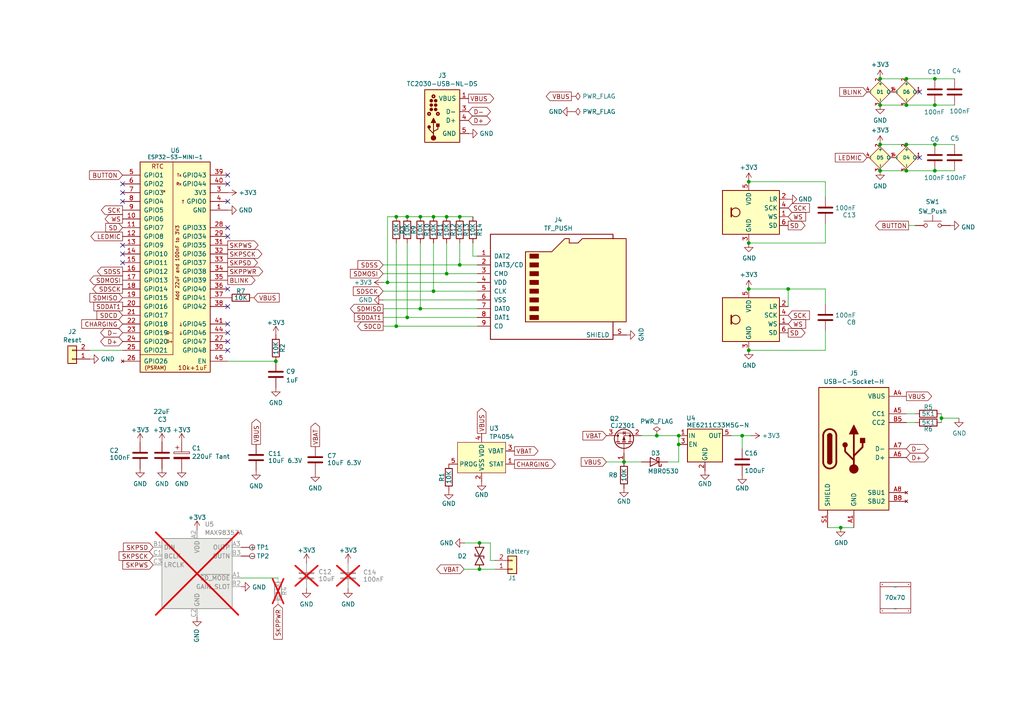
<source format=kicad_sch>
(kicad_sch (version 20231120) (generator "eeschema") (generator_version "8.0")
  (paper "A4")
  (title_block (title "Audio") (rev "1") (comment 1 "@TheRealRevK") (comment 2 "www.me.uk"))
  (junction (at 271.145 49.53))
  (junction (at 139.065 165.1))
  (junction (at 121.92 62.865))
  (junction (at 255.27 22.86))
  (junction (at 217.17 70.485))
  (junction (at 271.145 30.48))
  (junction (at 271.145 22.86))
  (junction (at 196.85 126.365))
  (junction (at 262.89 49.53))
  (junction (at 129.54 79.375))
  (junction (at 125.73 62.865))
  (junction (at 125.73 84.455))
  (junction (at 262.89 30.48))
  (junction (at 118.11 62.865))
  (junction (at 217.17 101.6))
  (junction (at 255.27 41.91))
  (junction (at 129.54 62.865))
  (junction (at 228.6 83.82))
  (junction (at 133.35 76.835))
  (junction (at 190.5 126.365))
  (junction (at 243.84 153.035))
  (junction (at 133.35 62.865))
  (junction (at 217.17 52.705))
  (junction (at 262.89 22.86))
  (junction (at 114.935 94.615))
  (junction (at 114.935 62.865))
  (junction (at 271.145 41.91))
  (junction (at 196.85 128.905))
  (junction (at 139.065 157.48))
  (junction (at 121.92 89.535))
  (junction (at 255.27 49.53))
  (junction (at 255.27 30.48))
  (junction (at 112.395 81.915))
  (junction (at 118.11 92.075))
  (junction (at 262.89 41.91))
  (junction (at 273.05 121.285))
  (junction (at 217.17 83.82))
  (junction (at 180.975 133.985))
  (junction (at 80.01 104.775))
  (junction (at 215.265 126.365))
  (no_connect (at 66.04 88.9))
  (no_connect (at 266.7 45.72))
  (no_connect (at 66.04 50.8))
  (no_connect (at 35.56 58.42))
  (no_connect (at 66.04 101.6))
  (no_connect (at 66.04 96.52))
  (no_connect (at 66.04 58.42))
  (no_connect (at 66.04 53.34))
  (no_connect (at 35.56 73.66))
  (no_connect (at 35.56 76.2))
  (no_connect (at 66.04 66.04))
  (no_connect (at 35.56 53.34))
  (no_connect (at 66.04 93.98))
  (no_connect (at 35.56 55.88))
  (no_connect (at 66.04 99.06))
  (no_connect (at 66.04 68.58))
  (no_connect (at 266.7 26.67))
  (no_connect (at 66.04 83.82))
  (no_connect (at 35.56 71.12))
  (wire (pts (xy 125.73 84.455) (xy 138.43 84.455)))
  (wire (pts (xy 175.895 133.985) (xy 180.975 133.985)))
  (wire (pts (xy 273.05 121.285) (xy 273.05 122.555)))
  (wire (pts (xy 125.73 70.485) (xy 125.73 84.455)))
  (wire (pts (xy 111.125 86.995) (xy 138.43 86.995)))
  (wire (pts (xy 114.935 94.615) (xy 138.43 94.615)))
  (wire (pts (xy 121.92 70.485) (xy 121.92 89.535)))
  (wire (pts (xy 271.145 30.48) (xy 276.86 30.48)))
  (wire (pts (xy 125.73 62.865) (xy 129.54 62.865)))
  (wire (pts (xy 271.145 22.86) (xy 276.86 22.86)))
  (wire (pts (xy 137.16 70.485) (xy 137.16 74.295)))
  (wire (pts (xy 215.265 126.365) (xy 217.805 126.365)))
  (wire (pts (xy 196.85 126.365) (xy 196.85 128.905)))
  (wire (pts (xy 255.27 22.86) (xy 262.89 22.86)))
  (wire (pts (xy 118.11 70.485) (xy 118.11 92.075)))
  (wire (pts (xy 186.055 126.365) (xy 190.5 126.365)))
  (wire (pts (xy 217.17 101.6) (xy 239.395 101.6)))
  (wire (pts (xy 111.125 92.075) (xy 118.11 92.075)))
  (wire (pts (xy 262.89 41.91) (xy 271.145 41.91)))
  (wire (pts (xy 139.065 157.48) (xy 142.24 157.48)))
  (wire (pts (xy 239.395 52.705) (xy 239.395 57.15)))
  (wire (pts (xy 134.62 157.48) (xy 139.065 157.48)))
  (wire (pts (xy 69.85 167.64) (xy 80.645 167.64)))
  (wire (pts (xy 142.24 157.48) (xy 142.24 162.56)))
  (wire (pts (xy 133.35 62.865) (xy 137.16 62.865)))
  (wire (pts (xy 186.055 133.985) (xy 180.975 133.985)))
  (wire (pts (xy 212.09 126.365) (xy 215.265 126.365)))
  (wire (pts (xy 114.935 62.865) (xy 112.395 62.865)))
  (wire (pts (xy 121.92 62.865) (xy 125.73 62.865)))
  (wire (pts (xy 129.54 62.865) (xy 133.35 62.865)))
  (wire (pts (xy 134.62 165.1) (xy 139.065 165.1)))
  (wire (pts (xy 240.03 153.035) (xy 243.84 153.035)))
  (wire (pts (xy 217.17 52.705) (xy 239.395 52.705)))
  (wire (pts (xy 26.035 101.6) (xy 35.56 101.6)))
  (wire (pts (xy 111.125 89.535) (xy 121.92 89.535)))
  (wire (pts (xy 196.85 128.905) (xy 196.85 133.985)))
  (wire (pts (xy 215.265 126.365) (xy 215.265 130.175)))
  (wire (pts (xy 262.89 49.53) (xy 271.145 49.53)))
  (wire (pts (xy 228.6 83.82) (xy 228.6 88.9)))
  (wire (pts (xy 239.395 101.6) (xy 239.395 95.885)))
  (wire (pts (xy 278.13 121.285) (xy 273.05 121.285)))
  (wire (pts (xy 255.27 30.48) (xy 262.89 30.48)))
  (wire (pts (xy 262.89 30.48) (xy 271.145 30.48)))
  (wire (pts (xy 228.6 83.82) (xy 239.395 83.82)))
  (wire (pts (xy 271.145 49.53) (xy 276.86 49.53)))
  (wire (pts (xy 118.11 62.865) (xy 121.92 62.865)))
  (wire (pts (xy 239.395 70.485) (xy 239.395 64.77)))
  (wire (pts (xy 217.17 83.82) (xy 228.6 83.82)))
  (wire (pts (xy 262.89 22.86) (xy 271.145 22.86)))
  (wire (pts (xy 111.125 79.375) (xy 129.54 79.375)))
  (wire (pts (xy 273.05 120.015) (xy 273.05 121.285)))
  (wire (pts (xy 112.395 62.865) (xy 112.395 81.915)))
  (wire (pts (xy 137.16 74.295) (xy 138.43 74.295)))
  (wire (pts (xy 133.35 70.485) (xy 133.35 76.835)))
  (wire (pts (xy 111.125 84.455) (xy 125.73 84.455)))
  (wire (pts (xy 111.125 81.915) (xy 112.395 81.915)))
  (wire (pts (xy 112.395 81.915) (xy 138.43 81.915)))
  (wire (pts (xy 255.27 41.91) (xy 262.89 41.91)))
  (wire (pts (xy 262.89 120.015) (xy 265.43 120.015)))
  (wire (pts (xy 247.65 153.035) (xy 243.84 153.035)))
  (wire (pts (xy 118.11 92.075) (xy 138.43 92.075)))
  (wire (pts (xy 262.89 122.555) (xy 265.43 122.555)))
  (wire (pts (xy 239.395 83.82) (xy 239.395 88.265)))
  (wire (pts (xy 142.24 162.56) (xy 143.51 162.56)))
  (wire (pts (xy 263.525 65.405) (xy 265.43 65.405)))
  (wire (pts (xy 129.54 79.375) (xy 138.43 79.375)))
  (wire (pts (xy 111.125 94.615) (xy 114.935 94.615)))
  (wire (pts (xy 129.54 70.485) (xy 129.54 79.375)))
  (wire (pts (xy 217.17 70.485) (xy 239.395 70.485)))
  (wire (pts (xy 271.145 41.91) (xy 276.86 41.91)))
  (wire (pts (xy 118.11 62.865) (xy 114.935 62.865)))
  (wire (pts (xy 66.04 104.775) (xy 80.01 104.775)))
  (wire (pts (xy 255.27 49.53) (xy 262.89 49.53)))
  (wire (pts (xy 139.065 165.1) (xy 143.51 165.1)))
  (wire (pts (xy 111.125 76.835) (xy 133.35 76.835)))
  (wire (pts (xy 133.35 76.835) (xy 138.43 76.835)))
  (wire (pts (xy 121.92 89.535) (xy 138.43 89.535)))
  (wire (pts (xy 114.935 70.485) (xy 114.935 94.615)))
  (wire (pts (xy 190.5 126.365) (xy 196.85 126.365)))
  (wire (pts (xy 193.675 133.985) (xy 196.85 133.985)))
  (global_label "BUTTON" (shape input) (at 35.56 50.8 180) (property "Intersheetrefs" "${INTERSHEET_REFS}" (effects (hide yes))))
  (global_label "D+" (shape bidirectional) (at 135.89 34.925 0) (property "Intersheetrefs" "${INTERSHEET_REFS}" (effects (hide yes))))
  (global_label "CHARGING" (shape input) (at 35.56 93.98 180) (property "Intersheetrefs" "${INTERSHEET_REFS}" (effects (hide yes))))
  (global_label "SKPSD" (shape input) (at 44.45 158.75 180) (property "Intersheetrefs" "${INTERSHEET_REFS}" (effects (hide yes))))
  (global_label "VBUS" (shape input) (at 175.895 133.985 180) (property "Intersheetrefs" "${INTERSHEET_REFS}" (effects (hide yes))))
  (global_label "WS" (shape input) (at 228.6 62.865 0) (property "Intersheetrefs" "${INTERSHEET_REFS}" (effects (hide yes))))
  (global_label "D+" (shape bidirectional) (at 35.56 99.06 180) (property "Intersheetrefs" "${INTERSHEET_REFS}" (effects (hide yes))))
  (global_label "SD" (shape output) (at 228.6 96.52 0) (property "Intersheetrefs" "${INTERSHEET_REFS}" (effects (hide yes))))
  (global_label "SDMOSI" (shape output) (at 35.56 81.28 180) (property "Intersheetrefs" "${INTERSHEET_REFS}" (effects (hide yes))))
  (global_label "SDDAT1" (shape passive) (at 111.125 92.075 180) (property "Intersheetrefs" "${INTERSHEET_REFS}" (effects (hide yes))))
  (global_label "SCK" (shape output) (at 35.56 60.96 180) (property "Intersheetrefs" "${INTERSHEET_REFS}" (effects (hide yes))))
  (global_label "CHARGING" (shape output) (at 149.225 134.62 0) (property "Intersheetrefs" "${INTERSHEET_REFS}" (effects (hide yes))))
  (global_label "VBUS" (shape output) (at 139.7 125.73 90) (property "Intersheetrefs" "${INTERSHEET_REFS}" (effects (hide yes))))
  (global_label "VBUS" (shape output) (at 135.89 28.575 0) (property "Intersheetrefs" "${INTERSHEET_REFS}" (effects (hide yes))))
  (global_label "SKPSCK" (shape output) (at 66.04 73.66 0) (property "Intersheetrefs" "${INTERSHEET_REFS}" (effects (hide yes))))
  (global_label "VBUS" (shape output) (at 262.89 114.935 0) (property "Intersheetrefs" "${INTERSHEET_REFS}" (effects (hide yes))))
  (global_label "SKPSD" (shape output) (at 66.04 76.2 0) (property "Intersheetrefs" "${INTERSHEET_REFS}" (effects (hide yes))))
  (global_label "VBAT" (shape output) (at 91.44 129.54 90) (property "Intersheetrefs" "${INTERSHEET_REFS}" (effects (hide yes))))
  (global_label "VBAT" (shape input) (at 175.895 126.365 180) (property "Intersheetrefs" "${INTERSHEET_REFS}" (effects (hide yes))))
  (global_label "VBUS" (shape input) (at 73.66 86.36 0) (property "Intersheetrefs" "${INTERSHEET_REFS}" (effects (hide yes))))
  (global_label "D-" (shape bidirectional) (at 135.89 32.385 0) (property "Intersheetrefs" "${INTERSHEET_REFS}" (effects (hide yes))))
  (global_label "VBAT" (shape output) (at 149.225 130.81 0) (property "Intersheetrefs" "${INTERSHEET_REFS}" (effects (hide yes))))
  (global_label "D-" (shape bidirectional) (at 262.89 130.175 0) (property "Intersheetrefs" "${INTERSHEET_REFS}" (effects (hide yes))))
  (global_label "VBUS" (shape output) (at 165.735 27.94 180) (property "Intersheetrefs" "${INTERSHEET_REFS}" (effects (hide yes))))
  (global_label "BLINK" (shape input) (at 251.46 26.67 180) (property "Intersheetrefs" "${INTERSHEET_REFS}" (effects (hide yes))))
  (global_label "SD" (shape output) (at 228.6 65.405 0) (property "Intersheetrefs" "${INTERSHEET_REFS}" (effects (hide yes))))
  (global_label "SKPSCK" (shape input) (at 44.45 161.29 180) (property "Intersheetrefs" "${INTERSHEET_REFS}" (effects (hide yes))))
  (global_label "LEDMIC" (shape output) (at 35.56 68.58 180) (property "Intersheetrefs" "${INTERSHEET_REFS}" (effects (hide yes))))
  (global_label "D+" (shape bidirectional) (at 262.89 132.715 0) (property "Intersheetrefs" "${INTERSHEET_REFS}" (effects (hide yes))))
  (global_label "SDSCK" (shape input) (at 111.125 84.455 180) (property "Intersheetrefs" "${INTERSHEET_REFS}" (effects (hide yes))))
  (global_label "SDMOSI" (shape input) (at 111.125 79.375 180) (property "Intersheetrefs" "${INTERSHEET_REFS}" (effects (hide yes))))
  (global_label "SD" (shape input) (at 35.56 66.04 180) (property "Intersheetrefs" "${INTERSHEET_REFS}" (effects (hide yes))))
  (global_label "SKPPWR" (shape input) (at 80.645 175.26 270) (property "Intersheetrefs" "${INTERSHEET_REFS}" (effects (hide yes))))
  (global_label "WS" (shape output) (at 35.56 63.5 180) (property "Intersheetrefs" "${INTERSHEET_REFS}" (effects (hide yes))))
  (global_label "SDSCK" (shape output) (at 35.56 83.82 180) (property "Intersheetrefs" "${INTERSHEET_REFS}" (effects (hide yes))))
  (global_label "SDMISO" (shape input) (at 35.56 86.36 180) (property "Intersheetrefs" "${INTERSHEET_REFS}" (effects (hide yes))))
  (global_label "SDSS" (shape output) (at 35.56 78.74 180) (property "Intersheetrefs" "${INTERSHEET_REFS}" (effects (hide yes))))
  (global_label "WS" (shape input) (at 228.6 93.98 0) (property "Intersheetrefs" "${INTERSHEET_REFS}" (effects (hide yes))))
  (global_label "LEDMIC" (shape input) (at 251.46 45.72 180) (property "Intersheetrefs" "${INTERSHEET_REFS}" (effects (hide yes))))
  (global_label "BLINK" (shape output) (at 66.04 81.28 0) (property "Intersheetrefs" "${INTERSHEET_REFS}" (effects (hide yes))))
  (global_label "VBUS" (shape output) (at 74.295 128.905 90) (property "Intersheetrefs" "${INTERSHEET_REFS}" (effects (hide yes))))
  (global_label "SKPWS" (shape output) (at 66.04 71.12 0) (property "Intersheetrefs" "${INTERSHEET_REFS}" (effects (hide yes))))
  (global_label "D-" (shape bidirectional) (at 35.56 96.52 180) (property "Intersheetrefs" "${INTERSHEET_REFS}" (effects (hide yes))))
  (global_label "VBAT" (shape bidirectional) (at 134.62 165.1 180) (property "Intersheetrefs" "${INTERSHEET_REFS}" (effects (hide yes))))
  (global_label "SCK" (shape input) (at 228.6 91.44 0) (property "Intersheetrefs" "${INTERSHEET_REFS}" (effects (hide yes))))
  (global_label "SKPPWR" (shape output) (at 66.04 78.74 0) (property "Intersheetrefs" "${INTERSHEET_REFS}" (effects (hide yes))))
  (global_label "SDDAT1" (shape passive) (at 35.56 88.9 180) (property "Intersheetrefs" "${INTERSHEET_REFS}" (effects (hide yes))))
  (global_label "SDSS" (shape input) (at 111.125 76.835 180) (property "Intersheetrefs" "${INTERSHEET_REFS}" (effects (hide yes))))
  (global_label "SKPWS" (shape input) (at 44.45 163.83 180) (property "Intersheetrefs" "${INTERSHEET_REFS}" (effects (hide yes))))
  (global_label "BUTTON" (shape output) (at 263.525 65.405 180) (property "Intersheetrefs" "${INTERSHEET_REFS}" (effects (hide yes))))
  (global_label "SDCD" (shape input) (at 35.56 91.44 180) (property "Intersheetrefs" "${INTERSHEET_REFS}" (effects (hide yes))))
  (global_label "SCK" (shape input) (at 228.6 60.325 0) (property "Intersheetrefs" "${INTERSHEET_REFS}" (effects (hide yes))))
  (global_label "SDCD" (shape output) (at 111.125 94.615 180) (property "Intersheetrefs" "${INTERSHEET_REFS}" (effects (hide yes))))
  (global_label "SDMISO" (shape output) (at 111.125 89.535 180) (property "Intersheetrefs" "${INTERSHEET_REFS}" (effects (hide yes))))
  (symbol (lib_id "Device:R") (at 269.24 120.015 90) (unit 1)
    (property "Reference" "R5" (at 269.24 118.11 90))
    (property "Value" "5K1" (at 269.24 120.015 90))
    (property "Footprint" "RevK:R_0402" (effects (hide yes)))
    (property "Description" "Resistor" (effects (hide yes)))
  )
  (symbol (lib_id "power:GND") (at 278.13 121.285 0) (unit 1)
    (property "Reference" "#PWR011" (effects (hide yes)))
    (property "Value" "GND" (at 278.257 125.6792 0))
    (property "Description" "Power symbol creates a global label with name \"GND\" , ground" (effects (hide yes)))
  )
  (symbol (lib_id "power:GND") (at 243.84 153.035 0) (unit 1)
    (property "Reference" "#PWR012" (effects (hide yes)))
    (property "Value" "GND" (at 243.967 157.4292 0))
    (property "Description" "Power symbol creates a global label with name \"GND\" , ground" (effects (hide yes)))
  )
  (symbol (lib_id "Device:R") (at 269.24 122.555 270) (unit 1)
    (property "Reference" "R6" (at 269.24 124.46 90))
    (property "Value" "5K1" (at 269.24 122.555 90))
    (property "Footprint" "RevK:R_0402" (effects (hide yes)))
    (property "Description" "Resistor" (effects (hide yes)))
  )
  (symbol (lib_id "power:PWR_FLAG") (at 165.735 27.94 270) (unit 1)
    (property "Reference" "#FLG01" (effects (hide yes)))
    (property "Value" "PWR_FLAG" (at 168.91 27.94 90) (effects (justify left)))
    (property "Description" "Special symbol for telling ERC where power comes from" (effects (hide yes)))
  )
  (symbol (lib_id "power:PWR_FLAG") (at 165.735 32.385 270) (unit 1)
    (property "Reference" "#FLG02" (effects (hide yes)))
    (property "Value" "PWR_FLAG" (at 168.91 32.385 90) (effects (justify left)))
    (property "Description" "Special symbol for telling ERC where power comes from" (effects (hide yes)))
  )
  (symbol (lib_id "Transistor_FET:BSS83P") (at 180.975 128.905 90) (unit 1)
    (property "Reference" "Q2" (at 179.578 121.412 90) (effects (justify left)))
    (property "Value" "CJ2301" (at 184.277 123.444 90) (effects (justify left)))
    (property "Footprint" "RevK:SOT-23" (effects (hide yes)))
    (property "Datasheet" "http://www.farnell.com/datasheets/1835997.pdf" (effects (hide yes)))
    (property "LCSC Part #" "C5224170" (effects (hide yes)))
    (property "JLCPCB Rotation Offset" "180" (effects (hide yes)))
  )
  (symbol (lib_id "Device:R") (at 114.935 66.675 0) (unit 1)
    (property "Reference" "R3" (at 116.84 66.675 90))
    (property "Value" "10K" (at 114.935 66.675 90))
    (property "Footprint" "RevK:R_0402" (effects (hide yes)))
  )
  (symbol (lib_id "power:+3.3V") (at 100.965 163.195 0) (unit 1)
    (property "Reference" "#PWR042" (effects (hide yes)))
    (property "Value" "+3V3" (at 100.965 159.6192 0))
    (property "Description" "Power symbol creates a global label with name \"+3.3V\"" (effects (hide yes)))
  )
  (symbol (lib_id "power:GND") (at 204.47 136.525 0) (unit 1)
    (property "Reference" "#PWR036" (effects (hide yes)))
    (property "Value" "GND" (at 204.47 140.335 0))
  )
  (symbol (lib_id "RevK:TF_PUSH") (at 161.29 81.915 0) (unit 1)
    (property "Reference" "J4" (at 161.925 63.8007 0))
    (property "Value" "TF_PUSH" (at 161.925 66.2249 0))
    (property "Footprint" "RevK:TF_PUSH" (effects (hide yes)))
    (property "Datasheet" "https://datasheet.lcsc.com/lcsc/1912111437_SHOU-HAN-TF-PUSH_C393941.pdf" (effects (hide yes)))
    (property "LCSC Part #" "C393941" (effects (hide yes)))
    (property "JLCPCB Position Offset" "0,3.075" (effects (hide yes)))
  )
  (symbol (lib_id "Device:R") (at 121.92 66.675 0) (unit 1)
    (property "Reference" "R10" (at 123.825 66.675 90))
    (property "Value" "10K" (at 121.92 66.675 90))
    (property "Footprint" "RevK:R_0402" (effects (hide yes)))
  )
  (symbol (lib_id "power:GND") (at 80.01 112.395 0) (unit 1)
    (property "Reference" "#PWR022" (effects (hide yes)))
    (property "Value" "GND" (at 80.01 116.8384 0))
    (property "Description" "Power symbol creates a global label with name \"GND\" , ground" (effects (hide yes)))
  )
  (symbol (lib_id "Device:C") (at 74.295 132.715 0) (unit 1)
    (property "Reference" "C11" (at 77.724 131.572 0) (effects (justify left)))
    (property "Value" "10uF 6.3V" (at 77.724 133.604 0) (effects (justify left)))
    (property "Footprint" "RevK:C_0402" (effects (hide yes)))
    (property "LCSC Part #" "C15525" (effects (hide yes)))
  )
  (symbol (lib_id "RevK:ICS43434_MEMS_Mic") (at 217.17 61.595 0) (unit 1)
    (property "Reference" "U2" (effects (hide yes)))
    (property "Value" "L" (effects (hide yes)))
    (property "Footprint" "RevK:ICS43434_MEMS_Mic" (effects (hide yes)))
    (property "Datasheet" "https://www.lcsc.com/datasheet/lcsc_datasheet_2312010321_TDK-InvenSense-ICS-43434_C5656610.pdf" (effects (hide yes)))
    (property "Description" "I2S Microphone" (effects (hide yes)))
    (property "LCSC Part #" "C5656610" (effects (hide yes)))
  )
  (symbol (lib_id "Device:C") (at 100.965 167.005 0) (unit 1) (dnp yes)
    (property "Reference" "C14" (at 105.283 165.989 0) (effects (justify left)))
    (property "Value" "100nF" (at 105.283 168.037 0) (effects (justify left)))
    (property "Footprint" "RevK:C_0402" (effects (hide yes)))
  )
  (symbol (lib_id "power:GND") (at 26.035 104.14 90) (unit 1)
    (property "Reference" "#PWR024" (effects (hide yes)))
    (property "Value" "GND" (at 29.21 104.14 90) (effects (justify right)))
    (property "Description" "Power symbol creates a global label with name \"GND\" , ground" (effects (hide yes)))
  )
  (symbol (lib_id "power:PWR_FLAG") (at 190.5 126.365 0) (unit 1)
    (property "Reference" "#FLG04" (effects (hide yes)))
    (property "Value" "PWR_FLAG" (at 190.5 122.2319 0))
  )
  (symbol (lib_id "Regulator_Linear:TLV70033_SOT23-5") (at 204.47 128.905 0) (unit 1)
    (property "Reference" "U4" (at 200.406 121.285 0))
    (property "Value" "ME6211C33M5G-N" (at 199.136 123.317 0) (effects (justify left)))
    (property "Footprint" "RevK:SOT-23-5" (effects (hide yes)))
    (property "Datasheet" "http://www.ti.com/lit/ds/symlink/tlv700.pdf" (effects (hide yes)))
    (property "LCSC Part #" "C82942" (effects (hide yes)))
    (property "JLCPCB Rotation Offset" "-90" (effects (hide yes)))
  )
  (symbol (lib_id "power:GND") (at 217.17 70.485 0) (unit 1)
    (property "Reference" "#PWR029" (effects (hide yes)))
    (property "Value" "GND" (at 217.297 74.8792 0))
    (property "Description" "Power symbol creates a global label with name \"GND\" , ground" (effects (hide yes)))
  )
  (symbol (lib_id "Device:R") (at 133.35 66.675 0) (unit 1)
    (property "Reference" "R13" (at 135.255 66.675 90))
    (property "Value" "10K" (at 133.35 66.675 90))
    (property "Footprint" "RevK:R_0402" (effects (hide yes)))
  )
  (symbol (lib_id "Device:R") (at 125.73 66.675 0) (unit 1)
    (property "Reference" "R11" (at 127.635 66.675 90))
    (property "Value" "10K" (at 125.73 66.675 90))
    (property "Footprint" "RevK:R_0402" (effects (hide yes)))
  )
  (symbol (lib_id "power:GND") (at 228.6 57.785 90) (unit 1)
    (property "Reference" "#PWR07" (effects (hide yes)))
    (property "Value" "GND" (at 233.553 57.785 90))
    (property "Description" "Power symbol creates a global label with name \"GND\" , ground" (effects (hide yes)))
  )
  (symbol (lib_id "power:+3.3V") (at 40.64 128.27 0) (unit 1)
    (property "Reference" "#PWR023" (effects (hide yes)))
    (property "Value" "+3V3" (at 40.64 124.6942 0))
    (property "Description" "Power symbol creates a global label with name \"+3.3V\"" (effects (hide yes)))
  )
  (symbol (lib_id "power:+3.3V") (at 52.705 128.27 0) (unit 1)
    (property "Reference" "#PWR010" (effects (hide yes)))
    (property "Value" "+3V3" (at 52.705 124.6942 0))
    (property "Description" "Power symbol creates a global label with name \"+3.3V\"" (effects (hide yes)))
  )
  (symbol (lib_id "power:GND") (at 111.125 86.995 270) (unit 1)
    (property "Reference" "#PWR028" (effects (hide yes)))
    (property "Value" "GND" (at 106.045 86.995 90))
    (property "Description" "Power symbol creates a global label with name \"GND\" , ground" (effects (hide yes)))
  )
  (symbol (lib_id "power:+3.3V") (at 255.27 22.86 0) (unit 1)
    (property "Reference" "#PWR01" (effects (hide yes)))
    (property "Value" "+3V3" (at 255.27 18.7269 0))
    (property "Description" "Power symbol creates a global label with name \"+3.3V\"" (effects (hide yes)))
  )
  (symbol (lib_id "RevK:MAX98357A") (at 57.15 166.37 0) (unit 1) (dnp yes)
    (property "Reference" "U5" (at 59.3441 152.0655 0) (effects (justify left)))
    (property "Value" "MAX98357A" (at 59.3441 154.4898 0) (effects (justify left)))
    (property "Footprint" "RevK:WLP-1.437mmx1.347mm-0.21mm-ball" (effects (hide yes)))
    (property "Datasheet" "https://www.analog.com/media/en/technical-documentation/data-sheets/MAX98357A-MAX98357B.pdf" (effects (hide yes)))
    (property "Description" "Mono DAC with amplifier, I2S, PCM, TDM, 32-bit, 96khz, 3.2W, WLP" (effects (hide yes)))
  )
  (symbol (lib_id "Device:D_Schottky") (at 189.865 133.985 180) (unit 1)
    (property "Reference" "D3" (at 190.119 131.445 0))
    (property "Value" "MBR0530" (at 192.405 136.652 0))
    (property "Footprint" "RevK:D_SOD-123" (effects (hide yes)))
    (property "LCSC Part " "C5204746" (effects (hide yes)))
  )
  (symbol (lib_id "RevK:WS2812B-1mm") (at 262.89 26.67 0) (mirror x) (unit 1)
    (property "Reference" "D6" (at 262.89 26.67 0) (effects (font (size 1 1))))
    (property "Value" "XL-1010RGBC-WS2812B" (effects (hide yes)))
    (property "Footprint" "RevK:SMD1010" (effects (hide yes)))
    (property "Datasheet" "https://datasheet.lcsc.com/lcsc/2301111010_XINGLIGHT-XL-1010RGBC-WS2812B_C5349953.pdf" (effects (hide yes)))
    (property "Description" "RGB LED with integrated controller" (effects (hide yes)))
    (property "LCSC Part #" "C5349953" (effects (hide yes)))
  )
  (symbol (lib_id "power:GND") (at 69.85 170.18 90) (mirror x) (unit 1)
    (property "Reference" "#PWR044" (effects (hide yes)))
    (property "Value" "GND" (at 73.1012 170.307 90) (effects (justify right)))
  )
  (symbol (lib_id "Device:C") (at 46.99 132.08 0) (unit 1)
    (property "Reference" "C3" (at 45.72 121.666 0) (effects (justify left)))
    (property "Value" "22uF" (at 44.45 119.38 0) (effects (justify left)))
    (property "Footprint" "RevK:C_0603" (effects (hide yes)))
  )
  (symbol (lib_id "RevK:ESP32-S3-MINI-1-N4R2") (at 50.8 77.47 0) (unit 1)
    (property "Reference" "U6" (at 50.8 43.6332 0))
    (property "Value" "ESP32-S3-MINI-1" (at 50.8 45.5696 0) (effects (font (size 1.1 1.1))))
    (property "Footprint" "RevK:ESP32-S3-MINI-1" (effects (hide yes)))
    (property "Datasheet" "https://www.espressif.com/sites/default/files/documentation/esp32-s3-mini-1_mini-1u_datasheet_en.pdf" (effects (hide yes)))
    (property "LCSC Part #" "C3013941" (effects (hide yes)))
  )
  (symbol (lib_id "power:+3.3V") (at 66.04 55.88 270) (unit 1)
    (property "Reference" "#PWR019" (effects (hide yes)))
    (property "Value" "+3V3" (at 69.215 55.88 90) (effects (justify left)))
    (property "Description" "Power symbol creates a global label with name \"+3.3V\"" (effects (hide yes)))
  )
  (symbol (lib_id "power:+3.3V") (at 80.01 97.155 0) (unit 1)
    (property "Reference" "#PWR021" (effects (hide yes)))
    (property "Value" "+3V3" (at 80.01 93.5792 0))
    (property "Description" "Power symbol creates a global label with name \"+3.3V\"" (effects (hide yes)))
  )
  (symbol (lib_id "Device:C") (at 88.9 167.005 0) (unit 1) (dnp yes)
    (property "Reference" "C12" (at 92.329 165.862 0) (effects (justify left)))
    (property "Value" "10uF" (at 92.329 167.894 0) (effects (justify left)))
    (property "Footprint" "RevK:C_0402" (effects (hide yes)))
    (property "LCSC Part #" "C15525" (effects (hide yes)))
  )
  (symbol (lib_id "power:GND") (at 57.15 179.07 0) (mirror y) (unit 1)
    (property "Reference" "#PWR015" (effects (hide yes)))
    (property "Value" "GND" (at 57.023 182.3212 90) (effects (justify right)))
  )
  (symbol (lib_id "RevK:TP4054") (at 139.7 132.715 0) (unit 1)
    (property "Reference" "U3" (at 141.8941 124.2527 0) (effects (justify left)))
    (property "Value" "TP4054" (at 141.8941 126.6769 0) (effects (justify left)))
    (property "Footprint" "RevK:SOT-23-5" (effects (hide yes)))
    (property "Datasheet" "https://www.lcsc.com/datasheet/lcsc_datasheet_2409241408_UMW-Youtai-Semiconductor-Co---Ltd--TP4054_C668215.pdf" (effects (hide yes)))
    (property "LCSC Part #" "C668215" (effects (hide yes)))
    (property "JLCPCB Rotation Offset" "180" (effects (hide yes)))
  )
  (symbol (lib_id "Device:C") (at 271.145 45.72 0) (mirror y) (unit 1)
    (property "Reference" "C6" (at 269.748 40.386 0) (effects (justify right)))
    (property "Value" "100nF" (at 267.97 51.562 0) (effects (justify right)))
    (property "Footprint" "RevK:C_0402" (effects (hide yes)))
  )
  (symbol (lib_id "Connector:TestPoint") (at 69.85 161.29 270) (unit 1) (in_bom no)
    (property "Reference" "TP2" (at 74.422 161.29 90) (effects (justify left)))
    (property "Value" "-" (at 72.39 161.29 90) (effects (justify left)))
    (property "Footprint" "RevK:SolderPadSmall" (effects (hide yes)))
    (property "Description" "Speaker" (effects (hide yes)))
  )
  (symbol (lib_id "power:GND") (at 180.975 141.605 0) (unit 1)
    (property "Reference" "#PWR034" (effects (hide yes)))
    (property "Value" "GND" (at 180.975 145.415 0))
  )
  (symbol (lib_id "Device:R") (at 129.54 66.675 0) (unit 1)
    (property "Reference" "R12" (at 131.445 66.675 90))
    (property "Value" "10K" (at 129.54 66.675 90))
    (property "Footprint" "RevK:R_0402" (effects (hide yes)))
  )
  (symbol (lib_id "power:+3.3V") (at 46.99 128.27 0) (unit 1)
    (property "Reference" "#PWR017" (effects (hide yes)))
    (property "Value" "+3V3" (at 46.99 124.6942 0))
    (property "Description" "Power symbol creates a global label with name \"+3.3V\"" (effects (hide yes)))
  )
  (symbol (lib_id "power:GND") (at 74.295 136.525 0) (unit 1)
    (property "Reference" "#PWR038" (effects (hide yes)))
    (property "Value" "GND" (at 74.295 140.9684 0))
    (property "Description" "Power symbol creates a global label with name \"GND\" , ground" (effects (hide yes)))
  )
  (symbol (lib_id "power:GND") (at 255.27 49.53 0) (unit 1)
    (property "Reference" "#PWR035" (effects (hide yes)))
    (property "Value" "GND" (at 255.27 53.9734 0))
    (property "Description" "Power symbol creates a global label with name \"GND\" , ground" (effects (hide yes)))
  )
  (symbol (lib_id "Device:R") (at 137.16 66.675 0) (unit 1)
    (property "Reference" "R14" (at 139.065 66.675 90))
    (property "Value" "10K" (at 137.16 66.675 90))
    (property "Footprint" "RevK:R_0402" (effects (hide yes)))
  )
  (symbol (lib_id "RevK:TC2030-USB-NL") (at 128.27 33.655 0) (unit 1) (in_bom no)
    (property "Reference" "J3" (at 128.27 21.8905 0))
    (property "Value" "TC2030-USB-NL-DS" (at 128.27 24.3148 0))
    (property "Footprint" "RevK:Tag-Connect_TC2030-IDC-NL_2x03_P1.27mm_Vertical" (effects (hide yes)))
    (property "Datasheet" " ~" (effects (hide yes)))
    (property "Description" "TC2030-USB-NL" (effects (hide yes)))
  )
  (symbol (lib_id "RevK:WS2812B-1mm") (at 255.27 45.72 0) (mirror x) (unit 1)
    (property "Reference" "D5" (at 255.27 45.72 0) (effects (font (size 1 1))))
    (property "Value" "XL-1010RGBC-WS2812B" (effects (hide yes)))
    (property "Footprint" "RevK:SMD1010" (effects (hide yes)))
    (property "Datasheet" "https://datasheet.lcsc.com/lcsc/2301111010_XINGLIGHT-XL-1010RGBC-WS2812B_C5349953.pdf" (effects (hide yes)))
    (property "Description" "RGB LED with integrated controller" (effects (hide yes)))
    (property "LCSC Part #" "C5349953" (effects (hide yes)))
  )
  (symbol (lib_id "power:+3.3V") (at 88.9 163.195 0) (unit 1)
    (property "Reference" "#PWR030" (effects (hide yes)))
    (property "Value" "+3V3" (at 88.9 159.6192 0))
    (property "Description" "Power symbol creates a global label with name \"+3.3V\"" (effects (hide yes)))
  )
  (symbol (lib_id "power:GND") (at 181.61 97.155 90) (unit 1)
    (property "Reference" "#PWR031" (effects (hide yes)))
    (property "Value" "GND" (at 186.0042 97.028 0))
  )
  (symbol (lib_id "power:+3.3V") (at 217.17 83.82 0) (unit 1)
    (property "Reference" "#PWR02" (effects (hide yes)))
    (property "Value" "+3V3" (at 217.17 79.6869 0))
    (property "Description" "Power symbol creates a global label with name \"+3.3V\"" (effects (hide yes)))
  )
  (symbol (lib_id "power:GND") (at 88.9 170.815 0) (unit 1)
    (property "Reference" "#PWR037" (effects (hide yes)))
    (property "Value" "GND" (at 88.9 175.2584 0))
    (property "Description" "Power symbol creates a global label with name \"GND\" , ground" (effects (hide yes)))
  )
  (symbol (lib_id "power:+3.3V") (at 57.15 153.67 0) (unit 1)
    (property "Reference" "#PWR05" (effects (hide yes)))
    (property "Value" "+3V3" (at 57.15 150.0942 0))
    (property "Description" "Power symbol creates a global label with name \"+3.3V\"" (effects (hide yes)))
  )
  (symbol (lib_id "power:GND") (at 66.04 60.96 90) (unit 1)
    (property "Reference" "#PWR020" (effects (hide yes)))
    (property "Value" "GND" (at 69.215 60.96 90) (effects (justify right)))
    (property "Description" "Power symbol creates a global label with name \"GND\" , ground" (effects (hide yes)))
  )
  (symbol (lib_id "Connector_Generic:Conn_01x02") (at 148.59 165.1 0) (mirror x) (unit 1)
    (property "Reference" "J1" (at 148.59 167.64 0))
    (property "Value" "Battery" (at 150.241 159.893 0))
    (property "Footprint" "RevK:1.25T-2PWT (Molex 532610271)" (effects (hide yes)))
    (property "LCSC Part #" "C177225" (effects (hide yes)))
  )
  (symbol (lib_id "power:+3.3V") (at 111.125 81.915 90) (unit 1)
    (property "Reference" "#PWR03" (effects (hide yes)))
    (property "Value" "+3V3" (at 107.95 81.915 90) (effects (justify left)))
    (property "Description" "Power symbol creates a global label with name \"+3.3V\"" (effects (hide yes)))
  )
  (symbol (lib_id "power:GND") (at 91.44 137.16 0) (unit 1)
    (property "Reference" "#PWR06" (effects (hide yes)))
    (property "Value" "GND" (at 91.44 141.6034 0))
    (property "Description" "Power symbol creates a global label with name \"GND\" , ground" (effects (hide yes)))
  )
  (symbol (lib_id "RevK:USB-C-Socket-H") (at 247.65 130.175 0) (unit 1)
    (property "Reference" "J5" (at 247.65 108.2507 0))
    (property "Value" "USB-C-Socket-H" (at 247.65 110.6749 0))
    (property "Footprint" "RevK:USB-C-Socket-H" (effects (hide yes)))
    (property "Description" "USB 2.0-only Type-C Receptacle connector" (effects (hide yes)))
    (property "LCSC Part #" "C709357" (effects (hide yes)))
  )
  (symbol (lib_id "Device:C") (at 276.86 26.67 0) (mirror y) (unit 1)
    (property "Reference" "C4" (at 276.098 20.574 0) (effects (justify right)))
    (property "Value" "100nF" (at 275.336 32.258 0) (effects (justify right)))
    (property "Footprint" "RevK:C_0402" (effects (hide yes)))
  )
  (symbol (lib_id "Device:C_Polarized") (at 52.705 132.08 0) (unit 1)
    (property "Reference" "C1" (at 55.626 129.9788 0) (effects (justify left)))
    (property "Value" "220uF Tant" (at 55.626 132.4031 0) (effects (justify left)))
    (property "Footprint" "RevK:CP_EIA-3528-21_Kemet-B" (effects (hide yes)))
    (property "Description" "Polarized capacitor" (effects (hide yes)))
    (property "LCSC Part #" "C122649" (effects (hide yes)))
    (property "JLCPCB Rotation Offset" "180" (effects (hide yes)))
  )
  (symbol (lib_id "power:GND") (at 100.965 170.815 0) (unit 1)
    (property "Reference" "#PWR043" (effects (hide yes)))
    (property "Value" "GND" (at 100.965 175.2584 0))
    (property "Description" "Power symbol creates a global label with name \"GND\" , ground" (effects (hide yes)))
  )
  (symbol (lib_id "RevK:ICS43434_MEMS_Mic") (at 217.17 92.71 0) (unit 1)
    (property "Reference" "U1" (effects (hide yes)))
    (property "Value" "R" (effects (hide yes)))
    (property "Footprint" "RevK:ICS43434_MEMS_Mic" (effects (hide yes)))
    (property "Datasheet" "https://www.lcsc.com/datasheet/lcsc_datasheet_2312010321_TDK-InvenSense-ICS-43434_C5656610.pdf" (effects (hide yes)))
    (property "Description" "I2S Microphone" (effects (hide yes)))
    (property "LCSC Part #" "C5656610" (effects (hide yes)))
  )
  (symbol (lib_id "RevK:WS2812B-1mm") (at 262.89 45.72 0) (mirror x) (unit 1)
    (property "Reference" "D4" (at 262.89 45.72 0) (effects (font (size 1 1))))
    (property "Value" "XL-1010RGBC-WS2812B" (effects (hide yes)))
    (property "Footprint" "RevK:SMD1010" (effects (hide yes)))
    (property "Datasheet" "https://datasheet.lcsc.com/lcsc/2301111010_XINGLIGHT-XL-1010RGBC-WS2812B_C5349953.pdf" (effects (hide yes)))
    (property "Description" "RGB LED with integrated controller" (effects (hide yes)))
    (property "LCSC Part #" "C5349953" (effects (hide yes)))
  )
  (symbol (lib_id "Device:R") (at 118.11 66.675 0) (unit 1)
    (property "Reference" "R9" (at 120.015 66.675 90))
    (property "Value" "10K" (at 118.11 66.675 90))
    (property "Footprint" "RevK:R_0402" (effects (hide yes)))
  )
  (symbol (lib_id "power:GND") (at 275.59 65.405 90) (unit 1)
    (property "Reference" "#PWR025" (effects (hide yes)))
    (property "Value" "GND" (at 278.765 65.884 90) (effects (justify right)))
  )
  (symbol (lib_id "Device:C") (at 271.145 26.67 0) (mirror y) (unit 1)
    (property "Reference" "C10" (at 268.986 20.828 0) (effects (justify right)))
    (property "Value" "100nF" (at 267.97 32.512 0) (effects (justify right)))
    (property "Footprint" "RevK:C_0402" (effects (hide yes)))
  )
  (symbol (lib_id "power:GND") (at 139.7 139.7 0) (unit 1)
    (property "Reference" "#PWR032" (effects (hide yes)))
    (property "Value" "GND" (at 139.7 143.51 0))
  )
  (symbol (lib_id "power:GND") (at 46.99 135.89 0) (unit 1)
    (property "Reference" "#PWR026" (effects (hide yes)))
    (property "Value" "GND" (at 46.99 140.3334 0))
    (property "Description" "Power symbol creates a global label with name \"GND\" , ground" (effects (hide yes)))
  )
  (symbol (lib_id "power:GND") (at 134.62 157.48 270) (unit 1)
    (property "Reference" "#PWR08" (effects (hide yes)))
    (property "Value" "GND" (at 129.54 157.48 90))
  )
  (symbol (lib_id "power:GND") (at 135.89 38.735 90) (unit 1)
    (property "Reference" "#PWR014" (effects (hide yes)))
    (property "Value" "GND" (at 139.065 38.735 90) (effects (justify right)))
    (property "Description" "Power symbol creates a global label with name \"GND\" , ground" (effects (hide yes)))
  )
  (symbol (lib_id "Device:C") (at 239.395 92.075 180) (unit 1)
    (property "Reference" "C8" (at 248.285 93.488 0) (effects (justify left)))
    (property "Value" "100nF" (at 248.285 91.44 0) (effects (justify left)))
    (property "Footprint" "RevK:C_0402" (effects (hide yes)))
  )
  (symbol (lib_id "power:+3.3V") (at 217.17 52.705 0) (unit 1)
    (property "Reference" "#PWR027" (effects (hide yes)))
    (property "Value" "+3V3" (at 217.17 48.5719 0))
    (property "Description" "Power symbol creates a global label with name \"+3.3V\"" (effects (hide yes)))
  )
  (symbol (lib_id "RevK:WS2812B-1mm") (at 255.27 26.67 0) (mirror x) (unit 1)
    (property "Reference" "D1" (at 255.27 26.67 0) (effects (font (size 1 1))))
    (property "Value" "XL-1010RGBC-WS2812B" (effects (hide yes)))
    (property "Footprint" "RevK:SMD1010" (effects (hide yes)))
    (property "Datasheet" "https://datasheet.lcsc.com/lcsc/2301111010_XINGLIGHT-XL-1010RGBC-WS2812B_C5349953.pdf" (effects (hide yes)))
    (property "Description" "RGB LED with integrated controller" (effects (hide yes)))
    (property "LCSC Part #" "C5349953" (effects (hide yes)))
  )
  (symbol (lib_id "Switch:SW_Push") (at 270.51 65.405 0) (mirror y) (unit 1)
    (property "Reference" "SW1" (at 270.51 58.5175 0))
    (property "Value" "SW_Push" (at 270.51 61.2926 0))
    (property "Footprint" "RevK:TS-1092S-B3D2-G" (effects (hide yes)))
  )
  (symbol (lib_id "Device:C") (at 215.265 133.985 0) (unit 1)
    (property "Reference" "C16" (at 215.9 131.445 0) (effects (justify left)))
    (property "Value" "100uF" (at 215.9 136.525 0) (effects (justify left)))
    (property "Footprint" "RevK:C_0805" (effects (hide yes)))
    (property "LCSC Part #" "C141660" (effects (hide yes)))
  )
  (symbol (lib_id "Device:R") (at 80.01 100.965 0) (unit 1)
    (property "Reference" "R2" (at 81.915 100.965 90))
    (property "Value" "10K" (at 80.01 100.965 90))
    (property "Footprint" "RevK:R_0402" (effects (hide yes)))
    (property "Description" "Resistor" (effects (hide yes)))
  )
  (symbol (lib_id "power:GND") (at 130.175 142.24 0) (unit 1)
    (property "Reference" "#PWR04" (effects (hide yes)))
    (property "Value" "GND" (at 130.175 146.05 0))
  )
  (symbol (lib_id "power:GND") (at 217.17 101.6 0) (unit 1)
    (property "Reference" "#PWR039" (effects (hide yes)))
    (property "Value" "GND" (at 217.297 105.9942 0))
    (property "Description" "Power symbol creates a global label with name \"GND\" , ground" (effects (hide yes)))
  )
  (symbol (lib_id "power:GND") (at 165.735 32.385 270) (unit 1)
    (property "Reference" "#PWR013" (effects (hide yes)))
    (property "Value" "GND" (at 161.163 32.385 90))
    (property "Description" "Power symbol creates a global label with name \"GND\" , ground" (effects (hide yes)))
  )
  (symbol (lib_id "Device:C") (at 276.86 45.72 0) (mirror y) (unit 1)
    (property "Reference" "C5" (at 275.59 40.132 0) (effects (justify right)))
    (property "Value" "100nF" (at 274.32 51.562 0) (effects (justify right)))
    (property "Footprint" "RevK:C_0402" (effects (hide yes)))
  )
  (symbol (lib_id "power:GND") (at 255.27 30.48 0) (unit 1)
    (property "Reference" "#PWR09" (effects (hide yes)))
    (property "Value" "GND" (at 255.27 34.9234 0))
    (property "Description" "Power symbol creates a global label with name \"GND\" , ground" (effects (hide yes)))
  )
  (symbol (lib_id "Device:R") (at 69.85 86.36 90) (unit 1)
    (property "Reference" "R7" (at 69.85 84.455 90))
    (property "Value" "10K" (at 69.85 86.36 90))
    (property "Footprint" "RevK:R_0402" (effects (hide yes)))
    (property "Description" "Resistor" (effects (hide yes)))
  )
  (symbol (lib_id "Device:C") (at 239.395 60.96 180) (unit 1)
    (property "Reference" "C13" (at 248.285 62.373 0) (effects (justify left)))
    (property "Value" "100nF" (at 248.285 60.325 0) (effects (justify left)))
    (property "Footprint" "RevK:C_0402" (effects (hide yes)))
  )
  (symbol (lib_id "RevK:VCUT") (at 259.715 176.53 0) (unit 1) (exclude_from_sim yes) (in_bom no)
    (property "Reference" "V2" (effects (hide yes)))
    (property "Value" "~" (at 259.715 176.53 0))
    (property "Footprint" "RevK:VCUT70N" (effects (hide yes)))
  )
  (symbol (lib_id "Device:R") (at 80.645 171.45 0) (unit 1) (dnp yes)
    (property "Reference" "R4" (at 82.55 171.45 90))
    (property "Value" "634K" (at 80.645 171.45 90))
    (property "Footprint" "RevK:R_0402" (effects (hide yes)))
    (property "Description" "Resistor" (effects (hide yes)))
  )
  (symbol (lib_id "Connector_Generic:Conn_01x02") (at 20.955 104.14 180) (unit 1) (in_bom no)
    (property "Reference" "J2" (at 20.955 96.1855 0))
    (property "Value" "Reset" (at 20.955 98.6098 0))
    (property "Footprint" "RevK:AA-Pad" (effects (hide yes)))
    (property "Description" "Generic connector, single row, 01x02, script generated (kicad-library-utils/schlib/autogen/connector/)" (effects (hide yes)))
  )
  (symbol (lib_id "Device:C") (at 40.64 132.08 0) (unit 1)
    (property "Reference" "C2" (at 31.75 130.667 0) (effects (justify left)))
    (property "Value" "100nF" (at 31.75 132.715 0) (effects (justify left)))
    (property "Footprint" "RevK:C_0402" (effects (hide yes)))
  )
  (symbol (lib_id "RevK:PCB") (at 259.715 173.355 0) (unit 1) (in_bom no)
    (property "Reference" "PCB1" (effects (hide yes)))
    (property "Value" "70x70" (at 256.54 173.355 0) (effects (justify left)))
    (property "Footprint" "RevK:PCB7070" (effects (hide yes)))
  )
  (symbol (lib_id "power:GND") (at 40.64 135.89 0) (unit 1)
    (property "Reference" "#PWR018" (effects (hide yes)))
    (property "Value" "GND" (at 40.64 140.3334 0))
    (property "Description" "Power symbol creates a global label with name \"GND\" , ground" (effects (hide yes)))
  )
  (symbol (lib_id "power:+3.3V") (at 255.27 41.91 0) (unit 1)
    (property "Reference" "#PWR033" (effects (hide yes)))
    (property "Value" "+3V3" (at 255.27 37.7769 0))
    (property "Description" "Power symbol creates a global label with name \"+3.3V\"" (effects (hide yes)))
  )
  (symbol (lib_id "Device:R") (at 130.175 138.43 180) (unit 1)
    (property "Reference" "R1" (at 128.143 138.43 90))
    (property "Value" "10K" (at 130.175 138.43 90))
    (property "Footprint" "RevK:R_0402" (effects (hide yes)))
  )
  (symbol (lib_id "power:GND") (at 215.265 137.795 0) (unit 1)
    (property "Reference" "#PWR040" (effects (hide yes)))
    (property "Value" "GND" (at 215.265 141.605 0))
  )
  (symbol (lib_id "Device:R") (at 180.975 137.795 0) (unit 1)
    (property "Reference" "R8" (at 177.8 137.795 0))
    (property "Value" "10K" (at 180.975 137.795 90))
    (property "Footprint" "RevK:R_0402" (effects (hide yes)))
  )
  (symbol (lib_id "RevK:VCUT") (at 259.715 170.18 0) (unit 1) (exclude_from_sim yes) (in_bom no)
    (property "Reference" "V1" (effects (hide yes)))
    (property "Value" "~" (at 259.715 170.18 0))
    (property "Footprint" "RevK:VCUT70N" (effects (hide yes)))
  )
  (symbol (lib_id "Device:C") (at 91.44 133.35 0) (unit 1)
    (property "Reference" "C7" (at 94.869 132.207 0) (effects (justify left)))
    (property "Value" "10uF 6.3V" (at 94.869 134.239 0) (effects (justify left)))
    (property "Footprint" "RevK:C_0402" (effects (hide yes)))
    (property "LCSC Part #" "C15525" (effects (hide yes)))
  )
  (symbol (lib_id "power:GND") (at 52.705 135.89 0) (unit 1)
    (property "Reference" "#PWR016" (effects (hide yes)))
    (property "Value" "GND" (at 52.705 140.3334 0))
    (property "Description" "Power symbol creates a global label with name \"GND\" , ground" (effects (hide yes)))
  )
  (symbol (lib_id "Connector:TestPoint") (at 69.85 158.75 270) (unit 1) (in_bom no)
    (property "Reference" "TP1" (at 74.422 158.75 90) (effects (justify left)))
    (property "Value" "+" (at 72.39 158.75 90) (effects (justify left)))
    (property "Footprint" "RevK:SolderPadSmall" (effects (hide yes)))
    (property "Description" "Speaker" (effects (hide yes)))
  )
  (symbol (lib_id "Device:C") (at 80.01 108.585 0) (unit 1)
    (property "Reference" "C9" (at 82.931 107.7503 0) (effects (justify left)))
    (property "Value" "1uF" (at 82.931 110.2872 0) (effects (justify left)))
    (property "Footprint" "RevK:C_0402" (effects (hide yes)))
    (property "Description" "Unpolarized capacitor" (effects (hide yes)))
  )
  (symbol (lib_id "RevK:ES05D1MC10") (at 139.065 161.29 90) (unit 1)
    (property "Reference" "D2" (at 132.715 161.29 90) (effects (justify right)))
    (property "Value" "~" (at 139.065 161.29 0))
    (property "Footprint" "RevK:DFN1006-2L" (effects (hide yes)))
    (property "LCSC Part #" "C5137770" (effects (hide yes)))
  )
  (symbol (lib_id "power:+3.3V") (at 217.805 126.365 270) (unit 1)
    (property "Reference" "#PWR041" (effects (hide yes)))
    (property "Value" "+3V3" (at 220.98 126.365 90) (effects (justify left)))
  )
)
</source>
